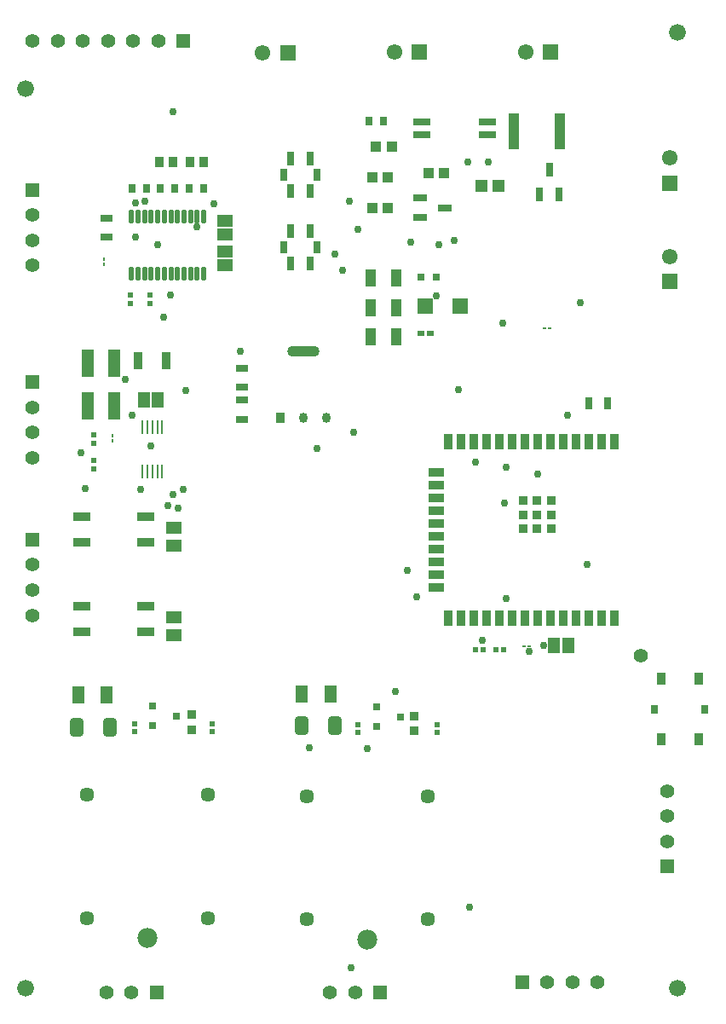
<source format=gts>
G04*
G04 #@! TF.GenerationSoftware,Altium Limited,Altium Designer,22.1.2 (22)*
G04*
G04 Layer_Color=8388736*
%FSLAX25Y25*%
%MOIN*%
G70*
G04*
G04 #@! TF.SameCoordinates,9BB02E8B-A7E0-4FF3-B7F6-0A232C0EF0B8*
G04*
G04*
G04 #@! TF.FilePolarity,Negative*
G04*
G01*
G75*
%ADD21R,0.03958X0.03961*%
%ADD22R,0.03740X0.06693*%
%ADD23R,0.05118X0.02756*%
%ADD24R,0.05906X0.05906*%
%ADD25R,0.01394X0.01034*%
%ADD30R,0.04134X0.07087*%
%ADD38R,0.03150X0.03150*%
%ADD39R,0.02756X0.01968*%
G04:AMPARAMS|DCode=41|XSize=39.54mil|YSize=125.28mil|CornerRadius=17.2mil|HoleSize=0mil|Usage=FLASHONLY|Rotation=90.000|XOffset=0mil|YOffset=0mil|HoleType=Round|Shape=RoundedRectangle|*
%AMROUNDEDRECTD41*
21,1,0.03954,0.09088,0,0,90.0*
21,1,0.00514,0.12528,0,0,90.0*
1,1,0.03440,0.04544,0.00257*
1,1,0.03440,0.04544,-0.00257*
1,1,0.03440,-0.04544,-0.00257*
1,1,0.03440,-0.04544,0.00257*
%
%ADD41ROUNDEDRECTD41*%
G04:AMPARAMS|DCode=42|XSize=39.54mil|YSize=34.34mil|CornerRadius=17.17mil|HoleSize=0mil|Usage=FLASHONLY|Rotation=90.000|XOffset=0mil|YOffset=0mil|HoleType=Round|Shape=RoundedRectangle|*
%AMROUNDEDRECTD42*
21,1,0.03954,0.00000,0,0,90.0*
21,1,0.00520,0.03434,0,0,90.0*
1,1,0.03434,0.00000,0.00260*
1,1,0.03434,0.00000,-0.00260*
1,1,0.03434,0.00000,-0.00260*
1,1,0.03434,0.00000,0.00260*
%
%ADD42ROUNDEDRECTD42*%
%ADD43R,0.03434X0.03954*%
%ADD45R,0.01034X0.01394*%
%ADD46R,0.01100X0.05250*%
%ADD47R,0.02559X0.03543*%
%ADD54R,0.02756X0.05118*%
%ADD55R,0.03543X0.03543*%
%ADD56R,0.03543X0.05906*%
%ADD57R,0.05906X0.03543*%
%ADD58R,0.04469X0.04182*%
%ADD59R,0.03347X0.04528*%
%ADD60R,0.02953X0.03347*%
%ADD61R,0.02953X0.05315*%
%ADD62R,0.02362X0.02362*%
%ADD63R,0.03937X0.14094*%
%ADD64R,0.05315X0.02953*%
%ADD65R,0.05118X0.04724*%
%ADD66R,0.04921X0.07087*%
%ADD67R,0.05906X0.04921*%
%ADD68R,0.02953X0.05512*%
%ADD69R,0.02559X0.04528*%
%ADD70R,0.04921X0.05906*%
G04:AMPARAMS|DCode=71|XSize=50.79mil|YSize=70.08mil|CornerRadius=8.56mil|HoleSize=0mil|Usage=FLASHONLY|Rotation=180.000|XOffset=0mil|YOffset=0mil|HoleType=Round|Shape=RoundedRectangle|*
%AMROUNDEDRECTD71*
21,1,0.05079,0.05295,0,0,180.0*
21,1,0.03366,0.07008,0,0,180.0*
1,1,0.01713,-0.01683,0.02648*
1,1,0.01713,0.01683,0.02648*
1,1,0.01713,0.01683,-0.02648*
1,1,0.01713,-0.01683,-0.02648*
%
%ADD71ROUNDEDRECTD71*%
%ADD72R,0.02362X0.02362*%
%ADD73R,0.03740X0.03740*%
%ADD74R,0.03740X0.04331*%
%ADD75R,0.04724X0.10827*%
%ADD76R,0.06299X0.05118*%
%ADD77R,0.07087X0.03347*%
G04:AMPARAMS|DCode=78|XSize=21.65mil|YSize=53.15mil|CornerRadius=4.92mil|HoleSize=0mil|Usage=FLASHONLY|Rotation=180.000|XOffset=0mil|YOffset=0mil|HoleType=Round|Shape=RoundedRectangle|*
%AMROUNDEDRECTD78*
21,1,0.02165,0.04331,0,0,180.0*
21,1,0.01181,0.05315,0,0,180.0*
1,1,0.00984,-0.00591,0.02165*
1,1,0.00984,0.00591,0.02165*
1,1,0.00984,0.00591,-0.02165*
1,1,0.00984,-0.00591,-0.02165*
%
%ADD78ROUNDEDRECTD78*%
%ADD79R,0.06693X0.03150*%
%ADD80C,0.06591*%
%ADD81R,0.06102X0.06102*%
%ADD82C,0.06102*%
%ADD83R,0.05512X0.05512*%
%ADD84C,0.05512*%
%ADD85C,0.05709*%
%ADD86C,0.07835*%
%ADD87R,0.05512X0.05512*%
%ADD88R,0.06102X0.06102*%
%ADD89C,0.02953*%
%ADD90C,0.05591*%
D21*
X277455Y431679D02*
D03*
X271545D02*
D03*
X255459Y429764D02*
D03*
X249550D02*
D03*
X255459Y418000D02*
D03*
X249550D02*
D03*
D22*
X157988Y358228D02*
D03*
X169012D02*
D03*
D23*
X145500Y406520D02*
D03*
Y414000D02*
D03*
X198500Y335260D02*
D03*
Y342740D02*
D03*
Y347760D02*
D03*
Y355240D02*
D03*
D24*
X270110Y379500D02*
D03*
X283890D02*
D03*
D25*
X308999Y246665D02*
D03*
X311001D02*
D03*
X319000Y371000D02*
D03*
X316998D02*
D03*
D30*
X259087Y379000D02*
D03*
X249048D02*
D03*
X259087Y390500D02*
D03*
X249048D02*
D03*
X259087Y367500D02*
D03*
X249048D02*
D03*
D38*
X274453Y391000D02*
D03*
X268547D02*
D03*
X260622Y219000D02*
D03*
X251174Y215260D02*
D03*
Y222740D02*
D03*
X173096Y219386D02*
D03*
X163648Y215646D02*
D03*
Y223126D02*
D03*
D39*
X272272Y369000D02*
D03*
X268728D02*
D03*
D41*
X222500Y361972D02*
D03*
D42*
X231516Y336028D02*
D03*
X222500D02*
D03*
D43*
X213484D02*
D03*
D45*
X148000Y326999D02*
D03*
Y329001D02*
D03*
X144575Y395999D02*
D03*
Y398001D02*
D03*
D46*
X159562Y332225D02*
D03*
X161531D02*
D03*
X163500D02*
D03*
X165469D02*
D03*
X167438D02*
D03*
Y314775D02*
D03*
X165469D02*
D03*
X163500D02*
D03*
X161531D02*
D03*
X159562D02*
D03*
D47*
X183650Y425500D02*
D03*
X177941D02*
D03*
X172150D02*
D03*
X166441D02*
D03*
X155646D02*
D03*
X161354D02*
D03*
X253969Y452000D02*
D03*
X248260D02*
D03*
D54*
X341740Y341500D02*
D03*
X334260D02*
D03*
D55*
X308488Y292500D02*
D03*
Y298012D02*
D03*
Y303524D02*
D03*
X314000Y292500D02*
D03*
Y298012D02*
D03*
Y303524D02*
D03*
X319512Y292500D02*
D03*
Y298012D02*
D03*
Y303524D02*
D03*
D56*
X344394Y257657D02*
D03*
X339394D02*
D03*
X334394D02*
D03*
X329394D02*
D03*
X324394D02*
D03*
X319394D02*
D03*
X314394D02*
D03*
X309394D02*
D03*
X304394D02*
D03*
X299394D02*
D03*
X294394D02*
D03*
X289394D02*
D03*
X284394D02*
D03*
X279394D02*
D03*
Y326555D02*
D03*
X284394D02*
D03*
X289394D02*
D03*
X294394D02*
D03*
X299394D02*
D03*
X304394D02*
D03*
X309394D02*
D03*
X314394D02*
D03*
X319394D02*
D03*
X324394D02*
D03*
X329394D02*
D03*
X334394D02*
D03*
X339394D02*
D03*
X344394D02*
D03*
D57*
X274472Y269587D02*
D03*
Y274587D02*
D03*
Y279587D02*
D03*
Y284587D02*
D03*
Y289587D02*
D03*
Y294587D02*
D03*
Y299587D02*
D03*
Y304587D02*
D03*
Y309587D02*
D03*
Y314587D02*
D03*
D58*
X257210Y442032D02*
D03*
X250790D02*
D03*
D59*
X377126Y233811D02*
D03*
Y210189D02*
D03*
X362559Y233811D02*
D03*
Y210189D02*
D03*
D60*
X379685Y222000D02*
D03*
X360000D02*
D03*
D61*
X318823Y432921D02*
D03*
X322563Y423079D02*
D03*
X315083D02*
D03*
D62*
X289925Y245228D02*
D03*
X293075D02*
D03*
X297925D02*
D03*
X301075D02*
D03*
D63*
X323055Y448000D02*
D03*
X304945D02*
D03*
D64*
X278043Y418000D02*
D03*
X268201Y414260D02*
D03*
Y421740D02*
D03*
D65*
X292154Y426500D02*
D03*
X298846D02*
D03*
D66*
X134465Y227500D02*
D03*
X145685D02*
D03*
X222008Y228000D02*
D03*
X233228D02*
D03*
D67*
X192000Y395449D02*
D03*
Y400961D02*
D03*
Y407449D02*
D03*
Y412961D02*
D03*
D68*
X217563Y424602D02*
D03*
Y437398D02*
D03*
X225437Y424602D02*
D03*
Y437398D02*
D03*
X217563Y396102D02*
D03*
Y408898D02*
D03*
X225437Y396102D02*
D03*
Y408898D02*
D03*
D69*
X215004Y431000D02*
D03*
X227996D02*
D03*
X215004Y402500D02*
D03*
X227996D02*
D03*
D70*
X165756Y343000D02*
D03*
X160244D02*
D03*
X320744Y247000D02*
D03*
X326256D02*
D03*
D71*
X222087Y215500D02*
D03*
X235000D02*
D03*
X134043Y215000D02*
D03*
X146957D02*
D03*
D72*
X156500Y216327D02*
D03*
Y213177D02*
D03*
X187000D02*
D03*
Y216327D02*
D03*
X140500Y325925D02*
D03*
Y329075D02*
D03*
X155000Y380630D02*
D03*
Y383780D02*
D03*
X162500D02*
D03*
Y380630D02*
D03*
X275000Y212791D02*
D03*
Y215941D02*
D03*
X244000Y212791D02*
D03*
Y215941D02*
D03*
X140500Y315925D02*
D03*
Y319075D02*
D03*
D73*
X179000Y213866D02*
D03*
Y219772D02*
D03*
X265848Y213480D02*
D03*
Y219386D02*
D03*
D74*
X166138Y436000D02*
D03*
X171453D02*
D03*
X178288D02*
D03*
X183603D02*
D03*
D75*
X138283Y357146D02*
D03*
X148717D02*
D03*
X138283Y340539D02*
D03*
X148717D02*
D03*
D76*
X172000Y292791D02*
D03*
Y285902D02*
D03*
Y257752D02*
D03*
Y250862D02*
D03*
D77*
X136098Y287201D02*
D03*
Y297201D02*
D03*
X160902D02*
D03*
Y287201D02*
D03*
X136098Y252161D02*
D03*
Y262161D02*
D03*
X160902D02*
D03*
Y252161D02*
D03*
D78*
X183575Y414720D02*
D03*
X181016D02*
D03*
X178457D02*
D03*
X175898D02*
D03*
X173339D02*
D03*
X170780D02*
D03*
X168220D02*
D03*
X165661D02*
D03*
X163102D02*
D03*
X160543D02*
D03*
X157984D02*
D03*
X155425D02*
D03*
X183575Y392280D02*
D03*
X181016D02*
D03*
X178457D02*
D03*
X175898D02*
D03*
X173339D02*
D03*
X170780D02*
D03*
X168220D02*
D03*
X165661D02*
D03*
X163102D02*
D03*
X160543D02*
D03*
X157984D02*
D03*
X155425D02*
D03*
D79*
X268890Y451500D02*
D03*
Y446500D02*
D03*
X294480D02*
D03*
Y451500D02*
D03*
D80*
X114000Y464500D02*
D03*
Y113000D02*
D03*
X369000D02*
D03*
Y486500D02*
D03*
D81*
X365933Y427579D02*
D03*
Y389079D02*
D03*
D82*
Y437421D02*
D03*
Y398921D02*
D03*
X206657Y478500D02*
D03*
X258118Y478933D02*
D03*
X309579D02*
D03*
D83*
X252715Y111197D02*
D03*
X165149Y111197D02*
D03*
X175685Y483224D02*
D03*
X308236Y115134D02*
D03*
D84*
X242872Y111197D02*
D03*
X233030D02*
D03*
X155307Y111197D02*
D03*
X145464D02*
D03*
X165843Y483224D02*
D03*
X156000D02*
D03*
X146157D02*
D03*
X136315D02*
D03*
X126472D02*
D03*
X116630D02*
D03*
X116567Y320236D02*
D03*
Y330079D02*
D03*
Y339921D02*
D03*
X365000Y170315D02*
D03*
Y180157D02*
D03*
Y190000D02*
D03*
X318079Y115134D02*
D03*
X327921D02*
D03*
X337764D02*
D03*
X116567Y278421D02*
D03*
Y268579D02*
D03*
Y258736D02*
D03*
Y415185D02*
D03*
Y405343D02*
D03*
Y395500D02*
D03*
D85*
X185122Y188406D02*
D03*
X137878D02*
D03*
X185122Y140374D02*
D03*
X137878D02*
D03*
X271122Y187906D02*
D03*
X223878D02*
D03*
X271122Y139874D02*
D03*
X223878D02*
D03*
D86*
X161500Y132500D02*
D03*
X247500Y132000D02*
D03*
D87*
X116567Y349764D02*
D03*
X365000Y160472D02*
D03*
X116567Y288264D02*
D03*
Y425028D02*
D03*
D88*
X216500Y478500D02*
D03*
X267961Y478933D02*
D03*
X319421D02*
D03*
D89*
X241430Y120863D02*
D03*
X287681Y144500D02*
D03*
X267000Y266000D02*
D03*
X331000Y381000D02*
D03*
X175500Y308000D02*
D03*
X171700Y305819D02*
D03*
X173500Y300500D02*
D03*
X169500Y301500D02*
D03*
X163000Y325000D02*
D03*
X275619Y403500D02*
D03*
X281700Y405400D02*
D03*
X238000Y393500D02*
D03*
X198000Y362000D02*
D03*
X170500Y384000D02*
D03*
X294973Y436027D02*
D03*
X287000Y436000D02*
D03*
X240500Y420500D02*
D03*
X244000Y409500D02*
D03*
X264500Y404500D02*
D03*
X326000Y337000D02*
D03*
X333500Y278500D02*
D03*
X302000Y316500D02*
D03*
X157000Y420000D02*
D03*
X160500Y420500D02*
D03*
X187500Y419500D02*
D03*
X157000Y406500D02*
D03*
X159000Y308000D02*
D03*
X135761Y322261D02*
D03*
X155500Y337000D02*
D03*
X225000Y207000D02*
D03*
X247500Y206500D02*
D03*
X292500Y249000D02*
D03*
X316500Y247000D02*
D03*
X263200Y276187D02*
D03*
X258500Y229000D02*
D03*
X176500Y346500D02*
D03*
X228000Y324000D02*
D03*
X290000Y318681D02*
D03*
X165523Y403500D02*
D03*
X274647Y383453D02*
D03*
X137400Y308100D02*
D03*
X171700Y455500D02*
D03*
X311000Y244500D02*
D03*
X283200Y346800D02*
D03*
X167800Y375330D02*
D03*
X302000Y265400D02*
D03*
X301300Y302500D02*
D03*
X181016Y410700D02*
D03*
X234800Y399800D02*
D03*
X300600Y373000D02*
D03*
X152800Y351017D02*
D03*
X242400Y330200D02*
D03*
X314394Y313894D02*
D03*
D90*
X354500Y243000D02*
D03*
M02*

</source>
